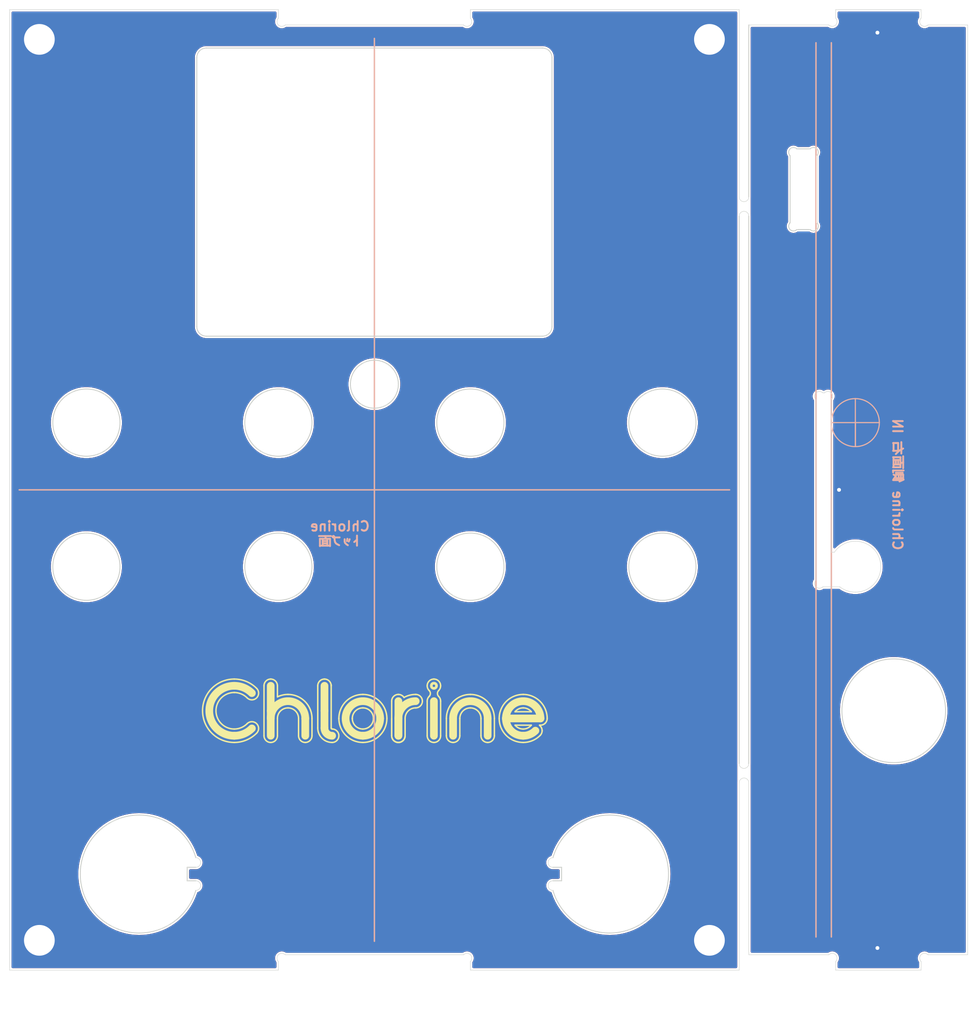
<source format=kicad_pcb>
(kicad_pcb (version 20241229) (generator "pcbnew") (generator_version "9.0")
  (layers (0 "F.Cu" signal) (2 "B.Cu" signal) (13 "F.Paste" user) (15 "B.Paste" user) (5 "F.SilkS" user "F.Silkscreen") (7 "B.SilkS" user "B.Silkscreen") (1 "F.Mask" user) (3 "B.Mask" user) (25 "Edge.Cuts" user))
  (net 0 "")
  (net 1 "GND")
  (footprint "myFoot:chlorine_logo" (layer "F.Cu") (at 38 -27)
    (property "Reference" "j" (hide yes))
    (property "Value" "a" (hide yes))
    (fp_line (start -11.5 2.599999) (end -11.5 -2.600001) (stroke (width 0.15)) (layer "F.SilkS"))
    (fp_line (start -10.8 0) (end -10.8 -2.6) (stroke (width 0.8)) (layer "F.SilkS"))
    (fp_line (start -10.8 0) (end -10.8 2.6) (stroke (width 0.8)) (layer "F.SilkS"))
    (fp_line (start -10.1 -2.599999) (end -10.100001 -1.45) (stroke (width 0.15)) (layer "F.SilkS"))
    (fp_line (start -10.1 0.8) (end -10.1 2.600001) (stroke (width 0.15)) (layer "F.SilkS"))
    (fp_line (start -7.900001 2.599998) (end -7.900001 0.800002) (stroke (width 0.15)) (layer "F.SilkS"))
    (fp_line (start -7.200001 0.800001) (end -7.200002 2.6) (stroke (width 0.8)) (layer "F.SilkS"))
    (fp_line (start -6.5 0.8) (end -6.500001 2.6) (stroke (width 0.15)) (layer "F.SilkS"))
    (fp_line (start -5.9 1.8) (end -5.9 -2.600001) (stroke (width 0.15)) (layer "F.SilkS"))
    (fp_line (start -5.2 0) (end -5.2 -2.6) (stroke (width 0.8)) (layer "F.SilkS"))
    (fp_line (start -5.2 0) (end -5.2 1.799999) (stroke (width 0.8)) (layer "F.SilkS"))
    (fp_line (start -4.500001 -2.7) (end -4.5 1.8) (stroke (width 0.15)) (layer "F.SilkS"))
    (fp_line (start 1.8 2.599999) (end 1.799999 0.799998) (stroke (width 0.15)) (layer "F.SilkS"))
    (fp_line (start 1.8 2.599999) (end 1.8 -0.999999) (stroke (width 0.15)) (layer "F.SilkS"))
    (fp_line (start 2.5 -0.999998) (end 2.499999 2.600001) (stroke (width 0.8)) (layer "F.SilkS"))
    (fp_line (start 2.5 0.8) (end 2.5 2.6) (stroke (width 0.8)) (layer "F.SilkS"))
    (fp_line (start 3.2 0.8) (end 3.2 2.600001) (stroke (width 0.15)) (layer "F.SilkS"))
    (fp_line (start 3.2 0.8) (end 3.2 2.600001) (stroke (width 0.15)) (layer "F.SilkS"))
    (fp_line (start 5.499999 2.599999) (end 5.499999 -0.999999) (stroke (width 0.15)) (layer "F.SilkS"))
    (fp_line (start 6.199999 -0.999998) (end 6.199998 2.600001) (stroke (width 0.8)) (layer "F.SilkS"))
    (fp_line (start 6.9 -0.999998) (end 6.899999 2.600001) (stroke (width 0.15)) (layer "F.SilkS"))
    (fp_line (start 7.499999 2.599999) (end 7.499998 0.799998) (stroke (width 0.15)) (layer "F.SilkS"))
    (fp_line (start 8.199999 0.8) (end 8.199999 2.6) (stroke (width 0.8)) (layer "F.SilkS"))
    (fp_line (start 8.899999 0.8) (end 8.899999 2.600001) (stroke (width 0.15)) (layer "F.SilkS"))
    (fp_line (start 11.099998 2.599998) (end 11.099998 0.800002) (stroke (width 0.15)) (layer "F.SilkS"))
    (fp_line (start 11.799998 0.800001) (end 11.799997 2.6) (stroke (width 0.8)) (layer "F.SilkS"))
    (fp_line (start 12.499999 0.8) (end 12.499998 2.6) (stroke (width 0.15)) (layer "F.SilkS"))
    (fp_line (start 14.65 0.100001) (end 16.35 0.100001) (stroke (width 0.15)) (layer "F.SilkS"))
    (fp_line (start 16.35 1.500001) (end 14.65 1.500001) (stroke (width 0.15)) (layer "F.SilkS"))
    (fp_line (start 17.2 1.500001) (end 17.267766 1.57782) (stroke (width 0.15)) (layer "F.SilkS"))
    (fp_line (start 17.299999 1.500001) (end 17.2 1.500001) (stroke (width 0.15)) (layer "F.SilkS"))
    (fp_line (start 17.3 0.800001) (end 13.700001 0.8) (stroke (width 0.8)) (layer "F.SilkS"))
    (fp_arc (start -14.6 -3.299999) (mid -13.337145 -3.048802) (end -12.266548 -2.333452) (stroke (width 0.15)) (layer "F.SilkS"))
    (fp_arc (start -14.6 -2.6) (mid -13.605023 -2.402087) (end -12.761522 -1.838478) (stroke (width 0.8)) (layer "F.SilkS"))
    (fp_arc (start -14.6 -1.9) (mid -13.872901 -1.755371) (end -13.256497 -1.343503) (stroke (width 0.15)) (layer "F.SilkS"))
    (fp_arc (start -14.6 1.9) (mid -16.5 0) (end -14.6 -1.9) (stroke (width 0.15)) (layer "F.SilkS"))
    (fp_arc (start -14.6 2.6) (mid -17.2 0) (end -14.6 -2.6) (stroke (width 0.8)) (layer "F.SilkS"))
    (fp_arc (start -14.6 3.3) (mid -17.9 0) (end -14.6 -3.3) (stroke (width 0.15)) (layer "F.SilkS"))
    (fp_arc (start -13.256497 1.343503) (mid -13.872902 1.755371) (end -14.6 1.9) (stroke (width 0.15)) (layer "F.SilkS"))
    (fp_arc (start -13.256495 1.343505) (mid -12.266549 1.343505) (end -12.266549 2.333451) (stroke (width 0.15)) (layer "F.SilkS"))
    (fp_arc (start -12.761522 1.838478) (mid -13.605023 2.402087) (end -14.6 2.6) (stroke (width 0.8)) (layer "F.SilkS"))
    (fp_arc (start -12.266548 2.333452) (mid -13.337145 3.048802) (end -14.6 3.3) (stroke (width 0.15)) (layer "F.SilkS"))
    (fp_arc (start -12.266547 -2.333453) (mid -12.266547 -1.343503) (end -13.256497 -1.343503) (stroke (width 0.15)) (layer "F.SilkS"))
    (fp_arc (start -11.5 -2.600001) (mid -11.294974 -3.094975) (end -10.799999 -3.3) (stroke (width 0.15)) (layer "F.SilkS"))
    (fp_arc (start -10.800001 3.3) (mid -11.294975 3.094974) (end -11.5 2.599999) (stroke (width 0.15)) (layer "F.SilkS"))
    (fp_arc (start -10.8 0.8) (mid -10.272792 -0.472792) (end -9 -1) (stroke (width 0.8)) (layer "F.SilkS"))
    (fp_arc (start -10.799999 -3.3) (mid -10.305025 -3.094974) (end -10.1 -2.599999) (stroke (width 0.15)) (layer "F.SilkS"))
    (fp_arc (start -10.100001 -1.445505) (mid -9.564529 -1.635548) (end -9 -1.700001) (stroke (width 0.15)) (layer "F.SilkS"))
    (fp_arc (start -10.1 0.8) (mid -9.777817 0.022183) (end -8.999999 -0.3) (stroke (width 0.15)) (layer "F.SilkS"))
    (fp_arc (start -10.1 2.600001) (mid -10.305026 3.094975) (end -10.800001 3.3) (stroke (width 0.15)) (layer "F.SilkS"))
    (fp_arc (start -9.000001 -0.999999) (mid -7.727209 -0.472791) (end -7.200001 0.800001) (stroke (width 0.8)) (layer "F.SilkS"))
    (fp_arc (start -9.000001 -0.299999) (mid -8.222184 0.022184) (end -7.900001 0.800002) (stroke (width 0.15)) (layer "F.SilkS"))
    (fp_arc (start -9 -1.700001) (mid -7.232233 -0.967767) (end -6.5 0.8) (stroke (width 0.15)) (layer "F.SilkS"))
    (fp_arc (start -7.200002 3.299999) (mid -7.694976 3.094973) (end -7.900001 2.599998) (stroke (width 0.15)) (layer "F.SilkS"))
    (fp_arc (start -6.500001 2.6) (mid -6.705027 3.094974) (end -7.200002 3.299999) (stroke (width 0.15)) (layer "F.SilkS"))
    (fp_arc (start -5.9 -2.600001) (mid -5.694974 -3.094975) (end -5.199999 -3.3) (stroke (width 0.15)) (layer "F.SilkS"))
    (fp_arc (start -5.199999 -3.3) (mid -4.705025 -3.094974) (end -4.5 -2.599999) (stroke (width 0.15)) (layer "F.SilkS"))
    (fp_arc (start -4.400001 2.599999) (mid -4.965685 2.365684) (end -5.2 1.799999) (stroke (width 0.8)) (layer "F.SilkS"))
    (fp_arc (start -4.4 1.899998) (mid -3.700001 2.599999) (end -4.4 3.3) (stroke (width 0.15)) (layer "F.SilkS"))
    (fp_arc (start -4.4 1.9) (mid -4.470711 1.870711) (end -4.5 1.8) (stroke (width 0.15)) (layer "F.SilkS"))
    (fp_arc (start -4.4 3.3) (mid -5.46066 2.86066) (end -5.9 1.8) (stroke (width 0.15)) (layer "F.SilkS"))
    (fp_arc (start -3.7 0.799999) (mid -2.967766 -0.967768) (end -1.199999 -1.700001) (stroke (width 0.15)) (layer "F.SilkS"))
    (fp_arc (start -2.999999 0.800001) (mid -2.472791 -0.472791) (end -1.199999 -0.999999) (stroke (width 0.8)) (layer "F.SilkS"))
    (fp_arc (start -2.299999 0.800001) (mid -1.977816 0.022184) (end -1.199998 -0.299999) (stroke (width 0.15)) (layer "F.SilkS"))
    (fp_arc (start -1.200001 3.3) (mid -2.967768 2.567766) (end -3.700001 0.799999) (stroke (width 0.15)) (layer "F.SilkS"))
    (fp_arc (start -1.2 -0.999998) (mid 0.072792 -0.47279) (end 0.6 0.800002) (stroke (width 0.8)) (layer "F.SilkS"))
    (fp_arc (start -1.2 -0.299998) (mid -0.422183 0.022185) (end -0.1 0.800003) (stroke (width 0.15)) (layer "F.SilkS"))
    (fp_arc (start -1.2 1.9) (mid -1.977817 1.577817) (end -2.3 0.799999) (stroke (width 0.15)) (layer "F.SilkS"))
    (fp_arc (start -1.2 2.6) (mid -2.472792 2.072792) (end -3 0.8) (stroke (width 0.8)) (layer "F.SilkS"))
    (fp_arc (start -1.199999 -1.7) (mid 0.567768 -0.967766) (end 1.300001 0.800001) (stroke (width 0.15)) (layer "F.SilkS"))
    (fp_arc (start -0.1 0.800001) (mid -0.422183 1.577818) (end -1.200001 1.900001) (stroke (width 0.15)) (layer "F.SilkS"))
    (fp_arc (start 0.599999 0.800001) (mid 0.072791 2.072793) (end -1.200001 2.600001) (stroke (width 0.8)) (layer "F.SilkS"))
    (fp_arc (start 1.3 0.800001) (mid 0.567766 2.567768) (end -1.200001 3.300001) (stroke (width 0.15)) (layer "F.SilkS"))
    (fp_arc (start 1.8 -0.999999) (mid 2.005025 -1.494975) (end 2.500001 -1.699998) (stroke (width 0.15)) (layer "F.SilkS"))
    (fp_arc (start 2.499999 3.3) (mid 2.005025 3.094974) (end 1.8 2.599999) (stroke (width 0.15)) (layer "F.SilkS"))
    (fp_arc (start 2.499999 3.3) (mid 2.005025 3.094974) (end 1.8 2.599999) (stroke (width 0.15)) (layer "F.SilkS"))
    (fp_arc (start 2.5 0.8) (mid 3.027208 -0.472792) (end 4.3 -1) (stroke (width 0.8)) (layer "F.SilkS"))
    (fp_arc (start 2.500001 -1.699998) (mid 2.833412 -1.615495) (end 3.086326 -1.382389) (stroke (width 0.15)) (layer "F.SilkS"))
    (fp_arc (start 3.084947 -1.384869) (mid 3.672373 -1.619936) (end 4.3 -1.700001) (stroke (width 0.15)) (layer "F.SilkS"))
    (fp_arc (start 3.2 0.8) (mid 3.522183 0.022182) (end 4.300001 -0.3) (stroke (width 0.15)) (layer "F.SilkS"))
    (fp_arc (start 3.2 2.600001) (mid 2.994974 3.094975) (end 2.499999 3.3) (stroke (width 0.15)) (layer "F.SilkS"))
    (fp_arc (start 3.2 2.600001) (mid 2.994974 3.094975) (end 2.499999 3.3) (stroke (width 0.15)) (layer "F.SilkS"))
    (fp_arc (start 4.300001 -1.7) (mid 4.794975 -1.494974) (end 5 -0.999999) (stroke (width 0.15)) (layer "F.SilkS"))
    (fp_arc (start 5 -0.999999) (mid 4.794974 -0.505025) (end 4.299999 -0.3) (stroke (width 0.15)) (layer "F.SilkS"))
    (fp_arc (start 5.499999 -2.600001) (mid 5.705025 -3.094976) (end 6.2 -3.3) (stroke (width 0.15)) (layer "F.SilkS"))
    (fp_arc (start 5.499999 -0.999999) (mid 5.553283 -1.267878) (end 5.705025 -1.494973) (stroke (width 0.15)) (layer "F.SilkS"))
    (fp_arc (start 5.705023 -2.105025) (mid 5.831369 -1.8) (end 5.705025 -1.494973) (stroke (width 0.15)) (layer "F.SilkS"))
    (fp_arc (start 5.705024 -2.105026) (mid 5.553284 -2.332123) (end 5.499999 -2.600001) (stroke (width 0.15)) (layer "F.SilkS"))
    (fp_arc (start 6.199998 3.3) (mid 5.705024 3.094974) (end 5.499999 2.599999) (stroke (width 0.15)) (layer "F.SilkS"))
    (fp_arc (start 6.2 -3.3) (mid 6.694975 -3.094974) (end 6.899999 -2.599999) (stroke (width 0.15)) (layer "F.SilkS"))
    (fp_arc (start 6.694974 -1.494972) (mid 6.568627 -1.799998) (end 6.694972 -2.105024) (stroke (width 0.15)) (layer "F.SilkS"))
    (fp_arc (start 6.694975 -1.494973) (mid 6.846715 -1.267876) (end 6.9 -0.999998) (stroke (width 0.15)) (layer "F.SilkS"))
    (fp_arc (start 6.899998 -2.599999) (mid 6.846713 -2.332121) (end 6.694972 -2.105025) (stroke (width 0.15)) (layer "F.SilkS"))
    (fp_arc (start 6.899999 2.600001) (mid 6.694973 3.094975) (end 6.199998 3.3) (stroke (width 0.15)) (layer "F.SilkS"))
    (fp_arc (start 7.499998 0.799998) (mid 8.232232 -0.967769) (end 9.999999 -1.700002) (stroke (width 0.15)) (layer "F.SilkS"))
    (fp_arc (start 8.199998 3.3) (mid 7.705024 3.094974) (end 7.499999 2.599999) (stroke (width 0.15)) (layer "F.SilkS"))
    (fp_arc (start 8.199999 0.8) (mid 8.727207 -0.472793) (end 9.999999 -1) (stroke (width 0.8)) (layer "F.SilkS"))
    (fp_arc (start 8.899999 0.8) (mid 9.222182 0.022182) (end 10 -0.3) (stroke (width 0.15)) (layer "F.SilkS"))
    (fp_arc (start 8.899999 2.600001) (mid 8.694973 3.094975) (end 8.199998 3.3) (stroke (width 0.15)) (layer "F.SilkS"))
    (fp_arc (start 9.999998 -0.999999) (mid 11.272791 -0.472792) (end 11.799998 0.800001) (stroke (width 0.8)) (layer "F.SilkS"))
    (fp_arc (start 9.999998 -0.299999) (mid 10.777817 0.022183) (end 11.099998 0.800002) (stroke (width 0.15)) (layer "F.SilkS"))
    (fp_arc (start 9.999999 -1.700001) (mid 11.767767 -0.967768) (end 12.499999 0.8) (stroke (width 0.15)) (layer "F.SilkS"))
    (fp_arc (start 11.799997 3.299999) (mid 11.305024 3.094972) (end 11.099998 2.599998) (stroke (width 0.15)) (layer "F.SilkS"))
    (fp_arc (start 12.499998 2.6) (mid 12.294972 3.094974) (end 11.799997 3.299999) (stroke (width 0.15)) (layer "F.SilkS"))
    (fp_arc (start 12.999999 0.799999) (mid 13.732233 -0.967768) (end 15.5 -1.700001) (stroke (width 0.15)) (layer "F.SilkS"))
    (fp_arc (start 13.7 0.800001) (mid 14.227207 -0.472792) (end 15.5 -0.999999) (stroke (width 0.8)) (layer "F.SilkS"))
    (fp_arc (start 14.65 0.100001) (mid 15.030051 -0.195814) (end 15.500001 -0.301134) (stroke (width 0.15)) (layer "F.SilkS"))
    (fp_arc (start 15.499998 3.3) (mid 13.732232 2.567766) (end 12.999998 0.799999) (stroke (width 0.15)) (layer "F.SilkS"))
    (fp_arc (start 15.499999 -0.999998) (mid 16.772791 -0.47279) (end 17.299999 0.800002) (stroke (width 0.8)) (layer "F.SilkS"))
    (fp_arc (start 15.499999 -0.301135) (mid 15.969949 -0.195814) (end 16.35 0.100001) (stroke (width 0.15)) (layer "F.SilkS"))
    (fp_arc (start 15.499999 1.901136) (mid 15.03005 1.795815) (end 14.65 1.500001) (stroke (width 0.15)) (layer "F.SilkS"))
    (fp_arc (start 15.499999 2.6) (mid 14.227207 2.072792) (end 13.699999 0.8) (stroke (width 0.8)) (layer "F.SilkS"))
    (fp_arc (start 15.5 -1.7) (mid 17.267767 -0.967767) (end 18 0.800001) (stroke (width 0.15)) (layer "F.SilkS"))
    (fp_arc (start 16.35 1.500001) (mid 15.969948 1.795816) (end 15.499998 1.901137) (stroke (width 0.15)) (layer "F.SilkS"))
    (fp_arc (start 16.772791 2.072794) (mid 16.188828 2.462984) (end 15.499998 2.600001) (stroke (width 0.8)) (layer "F.SilkS"))
    (fp_arc (start 17.267766 1.57782) (mid 17.419511 1.804916) (end 17.472791 2.072795) (stroke (width 0.15)) (layer "F.SilkS"))
    (fp_arc (start 17.267766 2.567769) (mid 16.456707 3.1097) (end 15.499998 3.3) (stroke (width 0.15)) (layer "F.SilkS"))
    (fp_arc (start 17.47279 2.072795) (mid 17.419507 2.340674) (end 17.267764 2.567769) (stroke (width 0.15)) (layer "F.SilkS"))
    (fp_arc (start 17.794974 1.294976) (mid 17.567877 1.446716) (end 17.299999 1.500001) (stroke (width 0.15)) (layer "F.SilkS"))
    (fp_arc (start 17.999999 0.800002) (mid 17.946714 1.06788) (end 17.794973 1.294976) (stroke (width 0.15)) (layer "F.SilkS"))
    (fp_circle (center 6.199999 -2.6) (end 6.399999 -2.55) (stroke (width 0.15)) (fill no) (layer "F.SilkS"))
    (fp_circle (center 6.199999 -2.6) (end 6.449999 -2.6) (stroke (width 0.15)) (fill no) (layer "F.SilkS"))
    (fp_circle (center 6.199999 -2.6) (end 6.560554 -2.6) (stroke (width 0.1)) (fill no) (layer "F.SilkS"))
  )
  (footprint "MountingHole:MountingHole_3.2mm_M3_Pad" (layer "B.Cu") (at 72.9 -96.9 180)
    (property "Reference" "-" (hide yes))
    (property "Value" "m" (hide yes))
    (pad "1" thru_hole circle (at 0 0 180) (size 5.4 5.4) (drill 3.2) (layers "*.Cu" "*.Mask") (net 1 "GND"))
  )
  (footprint "MountingHole:MountingHole_3.2mm_M3_Pad" (layer "B.Cu") (at 72.9 -3.1 180)
    (property "Reference" "-" (hide yes))
    (property "Value" "m" (hide yes))
    (pad "1" thru_hole circle (at 0 0 180) (size 5.4 5.4) (drill 3.2) (layers "*.Cu" "*.Mask") (net 1 "GND"))
  )
  (footprint "MountingHole:MountingHole_3.2mm_M3_Pad" (layer "B.Cu") (at 3.1 -3.1 180)
    (property "Reference" "-" (hide yes))
    (property "Value" "m" (hide yes))
    (pad "1" thru_hole circle (at 0 0 180) (size 5.4 5.4) (drill 3.2) (layers "*.Cu" "*.Mask") (net 1 "GND"))
  )
  (footprint "MountingHole:MountingHole_3.2mm_M3_Pad" (layer "B.Cu") (at 3.1 -96.9 180)
    (property "Reference" "-" (hide yes))
    (property "Value" "m" (hide yes))
    (pad "1" thru_hole circle (at 0 0 180) (size 5.4 5.4) (drill 3.2) (layers "*.Cu" "*.Mask") (net 1 "GND"))
  )
  (gr_line (start 88.1 -54.5) (end 88.1 -57) (stroke (width 0.12)) (layer "B.SilkS"))
  (gr_line (start 38 -3) (end 38 -97) (stroke (width 0.15)) (layer "B.SilkS"))
  (gr_line (start 84 -3.45) (end 84 -96.55) (stroke (width 0.15)) (layer "B.SilkS"))
  (gr_line (start 90.6 -57) (end 88.1 -57) (stroke (width 0.12)) (layer "B.SilkS"))
  (gr_line (start 85.6 -3.45) (end 85.6 -96.55) (stroke (width 0.15)) (layer "B.SilkS"))
  (gr_line (start 88.1 -57) (end 88.1 -54.5) (stroke (width 0.12)) (layer "B.SilkS"))
  (gr_line (start 88.1 -57) (end 88.1 -59.5) (stroke (width 0.12)) (layer "B.SilkS"))
  (gr_line (start 88.1 -57) (end 85.6 -57) (stroke (width 0.12)) (layer "B.SilkS"))
  (gr_circle (center 88.1 -57) (end 85.6 -57) (stroke (width 0.12)) (fill no) (layer "B.SilkS"))
  (gr_line (start 1 -50) (end 75 -50) (stroke (width 0.15)) (layer "B.SilkS"))
  (gr_arc (start 47.292894 -1.6) (mid 48 -1.6) (end 48 -0.892894) (stroke (width 0.05)) (layer "Edge.Cuts"))
  (gr_line (start 99.8 -78.498012) (end 99.8 -98.4) (stroke (width 0.05)) (layer "Edge.Cuts"))
  (gr_line (start 18.5 -10.7) (end 19.4 -10.7) (stroke (width 0.1)) (layer "Edge.Cuts"))
  (gr_circle (center 68 -57) (end 64.5 -57) (stroke (width 0.1)) (fill no) (layer "Edge.Cuts"))
  (gr_arc (start 76 -19.5) (mid 76.5 -20) (end 77 -19.5) (stroke (width 0.05)) (layer "Edge.Cuts"))
  (gr_line (start 48 0) (end 76 0) (stroke (width 0.05)) (layer "Edge.Cuts"))
  (gr_line (start 28 0) (end 28 -0.892894) (stroke (width 0.05)) (layer "Edge.Cuts"))
  (gr_arc (start 84 -59.392894) (mid 84 -60.1) (end 84.707106 -60.1) (stroke (width 0.05)) (layer "Edge.Cuts"))
  (gr_circle (center 48 -42) (end 44.5 -42) (stroke (width 0.1)) (fill no) (layer "Edge.Cuts"))
  (gr_line (start 99.8 -1.6) (end 99.8 -69.95) (stroke (width 0.05)) (layer "Edge.Cuts"))
  (gr_line (start 84.892894 -60.1) (end 84.707106 -60.1) (stroke (width 0.05)) (layer "Edge.Cuts"))
  (gr_line (start 76 -78.5) (end 76 -21.5) (stroke (width 0.1)) (layer "Edge.Cuts"))
  (gr_line (start 56.5 -67) (end 56.5 -95) (stroke (width 0.1)) (layer "Edge.Cuts"))
  (gr_line (start 77 -19.5) (end 77 -1.6) (stroke (width 0.05)) (layer "Edge.Cuts"))
  (gr_line (start 86.483678 -39.9) (end 84.707106 -39.9) (stroke (width 0.05)) (layer "Edge.Cuts"))
  (gr_line (start 28.707106 -1.6) (end 47.292894 -1.6) (stroke (width 0.05)) (layer "Edge.Cuts"))
  (gr_circle (center 28 -42) (end 24.5 -42) (stroke (width 0.1)) (fill no) (layer "Edge.Cuts"))
  (gr_arc (start 56.600001 -11.7) (mid 68.640032 -10) (end 56.600001 -8.3) (stroke (width 0.1)) (layer "Edge.Cuts"))
  (gr_line (start 94.95 -100) (end 94.95 -99.107106) (stroke (width 0.05)) (layer "Edge.Cuts"))
  (gr_line (start 28 -100) (end 28 -99.107106) (stroke (width 0.05)) (layer "Edge.Cuts"))
  (gr_arc (start 19.5 -95) (mid 19.792893 -95.707107) (end 20.5 -96) (stroke (width 0.1)) (layer "Edge.Cuts"))
  (gr_arc (start 81.3 -84.792894) (mid 81.3 -85.5) (end 82.007106 -85.5) (stroke (width 0.1)) (layer "Edge.Cuts"))
  (gr_line (start 94.95 -100) (end 86.05 -100) (stroke (width 0.05)) (layer "Edge.Cuts"))
  (gr_line (start 86.05 0) (end 86.05 -0.892894) (stroke (width 0.05)) (layer "Edge.Cuts"))
  (gr_line (start 48 -100) (end 48 -99.107106) (stroke (width 0.05)) (layer "Edge.Cuts"))
  (gr_arc (start 83.392894 -85.5) (mid 84.1 -85.5) (end 84.1 -84.792894) (stroke (width 0.1)) (layer "Edge.Cuts"))
  (gr_line (start 99.8 -69.95) (end 99.8 -78.498012) (stroke (width 0.05)) (layer "Edge.Cuts"))
  (gr_arc (start 86.05 -99.107106) (mid 86.05 -98.4) (end 85.342894 -98.4) (stroke (width 0.05)) (layer "Edge.Cuts"))
  (gr_arc (start 84.1 -77.807106) (mid 84.1 -77.1) (end 83.392894 -77.1) (stroke (width 0.1)) (layer "Edge.Cuts"))
  (gr_line (start 77 -80.5) (end 77 -98.4) (stroke (width 0.1)) (layer "Edge.Cuts"))
  (gr_arc (start 28 -0.892894) (mid 28 -1.6) (end 28.707106 -1.6) (stroke (width 0.05)) (layer "Edge.Cuts"))
  (gr_line (start 85.6 -43.5) (end 85.915396 -43.5) (stroke (width 0.05)) (layer "Edge.Cuts"))
  (gr_circle (center 68 -42) (end 64.5 -42) (stroke (width 0.1)) (fill no) (layer "Edge.Cuts"))
  (gr_arc (start 88.1 -39.35) (mid 87.25248 -39.489182) (end 86.493985 -39.892106) (stroke (width 0.05)) (layer "Edge.Cuts"))
  (gr_arc (start 55.5 -96) (mid 56.207107 -95.707107) (end 56.5 -95) (stroke (width 0.1)) (layer "Edge.Cuts"))
  (gr_arc (start 48 -99.107106) (mid 48 -98.4) (end 47.292894 -98.4) (stroke (width 0.05)) (layer "Edge.Cuts"))
  (gr_line (start 18.5 -9.3) (end 18.5 -10.7) (stroke (width 0.1)) (layer "Edge.Cuts"))
  (gr_line (start 77 -98.4) (end 85.342894 -98.4) (stroke (width 0.05)) (layer "Edge.Cuts"))
  (gr_line (start 19.5 -95) (end 19.5 -67) (stroke (width 0.1)) (layer "Edge.Cuts"))
  (gr_line (start 85.6 -43.5) (end 85.6 -59.392894) (stroke (width 0.05)) (layer "Edge.Cuts"))
  (gr_line (start 57.5 -9.3) (end 56.6 -9.3) (stroke (width 0.1)) (layer "Edge.Cuts"))
  (gr_line (start 77 -21.5) (end 77 -78.5) (stroke (width 0.1)) (layer "Edge.Cuts"))
  (gr_line (start 99.8 -1.6) (end 95.657106 -1.6) (stroke (width 0.05)) (layer "Edge.Cuts"))
  (gr_circle (center 92.1 -27) (end 97.5 -27) (stroke (width 0.1)) (fill no) (layer "Edge.Cuts"))
  (gr_line (start 76 -19.5) (end 76 0) (stroke (width 0.05)) (layer "Edge.Cuts"))
  (gr_arc (start 95.657106 -98.4) (mid 94.95 -98.4) (end 94.95 -99.107106) (stroke (width 0.05)) (layer "Edge.Cuts"))
  (gr_line (start 84.1 -81.3) (end 84.1 -84.792894) (stroke (width 0.1)) (layer "Edge.Cuts"))
  (gr_arc (start 77 -80.5) (mid 76.5 -80) (end 76 -80.5) (stroke (width 0.05)) (layer "Edge.Cuts"))
  (gr_line (start 47.292894 -98.4) (end 28.707106 -98.4) (stroke (width 0.05)) (layer "Edge.Cuts"))
  (gr_line (start 85.919259 -43.50561) (end 85.915396 -43.5) (stroke (width 0.05)) (layer "Edge.Cuts"))
  (gr_line (start 20.5 -66) (end 55.5 -66) (stroke (width 0.1)) (layer "Edge.Cuts"))
  (gr_arc (start 56.6 -10.7) (mid 56.1 -11.2) (end 56.6 -11.7) (stroke (width 0.05)) (layer "Edge.Cuts"))
  (gr_line (start 94.95 0) (end 94.95 -0.892894) (stroke (width 0.05)) (layer "Edge.Cuts"))
  (gr_line (start 83.392894 -77.1) (end 82.007106 -77.1) (stroke (width 0.1)) (layer "Edge.Cuts"))
  (gr_line (start 55.5 -96) (end 20.5 -96) (stroke (width 0.1)) (layer "Edge.Cuts"))
  (gr_line (start 84.1 -81.3) (end 84.1 -77.807106) (stroke (width 0.1)) (layer "Edge.Cuts"))
  (gr_line (start 28 -100) (end 0 -100) (stroke (width 0.05)) (layer "Edge.Cuts"))
  (gr_arc (start 84.892894 -60.1) (mid 85.6 -60.1) (end 85.6 -59.392894) (stroke (width 0.05)) (layer "Edge.Cuts"))
  (gr_circle (center 28 -57) (end 24.5 -57) (stroke (width 0.1)) (fill no) (layer "Edge.Cuts"))
  (gr_line (start 0 -100) (end 0 -30) (stroke (width 0.05)) (layer "Edge.Cuts"))
  (gr_line (start 77 -1.6) (end 85.342894 -1.6) (stroke (width 0.05)) (layer "Edge.Cuts"))
  (gr_arc (start 20.5 -66) (mid 19.792893 -66.292893) (end 19.5 -67) (stroke (width 0.1)) (layer "Edge.Cuts"))
  (gr_line (start 81.3 -77.807106) (end 81.3 -84.792894) (stroke (width 0.1)) (layer "Edge.Cuts"))
  (gr_circle (center 8 -42) (end 4.5 -42) (stroke (width 0.1)) (fill no) (layer "Edge.Cuts"))
  (gr_arc (start 82.007106 -77.1) (mid 81.3 -77.1) (end 81.3 -77.807106) (stroke (width 0.1)) (layer "Edge.Cuts"))
  (gr_circle (center 8 -57) (end 4.5 -57) (stroke (width 0.1)) (fill no) (layer "Edge.Cuts"))
  (gr_line (start 83.392894 -85.5) (end 82.007106 -85.5) (stroke (width 0.1)) (layer "Edge.Cuts"))
  (gr_line (start 76 -100) (end 48 -100) (stroke (width 0.05)) (layer "Edge.Cuts"))
  (gr_circle (center 48 -57) (end 44.5 -57) (stroke (width 0.1)) (fill no) (layer "Edge.Cuts"))
  (gr_arc (start 56.5 -67) (mid 56.207107 -66.292893) (end 55.5 -66) (stroke (width 0.1)) (layer "Edge.Cuts"))
  (gr_line (start 57.5 -10.7) (end 56.6 -10.7) (stroke (width 0.1)) (layer "Edge.Cuts"))
  (gr_arc (start 76 -78.5) (mid 76.5 -79) (end 77 -78.5) (stroke (width 0.05)) (layer "Edge.Cuts"))
  (gr_line (start 18.5 -9.3) (end 19.4 -9.3) (stroke (width 0.1)) (layer "Edge.Cuts"))
  (gr_arc (start 19.4 -11.7) (mid 19.9 -11.2) (end 19.4 -10.7) (stroke (width 0.05)) (layer "Edge.Cuts"))
  (gr_arc (start 19.399999 -8.3) (mid 7.359968 -10) (end 19.399999 -11.7) (stroke (width 0.1)) (layer "Edge.Cuts"))
  (gr_line (start 28 0) (end 0 0) (stroke (width 0.05)) (layer "Edge.Cuts"))
  (gr_arc (start 19.4 -9.3) (mid 19.9 -8.8) (end 19.4 -8.3) (stroke (width 0.05)) (layer "Edge.Cuts"))
  (gr_line (start 57.5 -10.7) (end 57.5 -9.3) (stroke (width 0.1)) (layer "Edge.Cuts"))
  (gr_arc (start 94.95 -0.892894) (mid 94.95 -1.6) (end 95.657106 -1.6) (stroke (width 0.05)) (layer "Edge.Cuts"))
  (gr_arc (start 88.1 -44.65) (mid 90.75 -42) (end 88.1 -39.35) (stroke (width 0.05)) (layer "Edge.Cuts"))
  (gr_line (start 0 0) (end 0 -30) (stroke (width 0.05)) (layer "Edge.Cuts"))
  (gr_circle (center 38 -61) (end 35.5 -61) (stroke (width 0.1)) (fill no) (layer "Edge.Cuts"))
  (gr_line (start 86.05 -100) (end 86.05 -99.107106) (stroke (width 0.05)) (layer "Edge.Cuts"))
  (gr_arc (start 85.919258 -43.50561) (mid 86.868612 -44.346525) (end 88.1 -44.65) (stroke (width 0.05)) (layer "Edge.Cuts"))
  (gr_line (start 86.493986 -39.892106) (end 86.483678 -39.9) (stroke (width 0.05)) (layer "Edge.Cuts"))
  (gr_line (start 48 0) (end 48 -0.892894) (stroke (width 0.05)) (layer "Edge.Cuts"))
  (gr_line (start 76 -80.5) (end 76 -100) (stroke (width 0.05)) (layer "Edge.Cuts"))
  (gr_arc (start 85.342894 -1.6) (mid 86.05 -1.6) (end 86.05 -0.892894) (stroke (width 0.05)) (layer "Edge.Cuts"))
  (gr_arc (start 84.707106 -39.9) (mid 84 -39.9) (end 84 -40.607106) (stroke (width 0.05)) (layer "Edge.Cuts"))
  (gr_arc (start 77 -21.5) (mid 76.5 -21) (end 76 -21.5) (stroke (width 0.05)) (layer "Edge.Cuts"))
  (gr_line (start 86.05 0) (end 94.95 0) (stroke (width 0.05)) (layer "Edge.Cuts"))
  (gr_line (start 99.8 -98.4) (end 95.657106 -98.4) (stroke (width 0.05)) (layer "Edge.Cuts"))
  (gr_line (start 84 -40.607106) (end 84 -59.392894) (stroke (width 0.05)) (layer "Edge.Cuts"))
  (gr_arc (start 56.6 -8.3) (mid 56.1 -8.8) (end 56.6 -9.3) (stroke (width 0.05)) (layer "Edge.Cuts"))
  (gr_arc (start 28.707106 -98.4) (mid 28 -98.4) (end 28 -99.107106) (stroke (width 0.05)) (layer "Edge.Cuts"))
  (gr_text "Chlorine\nトップ面" (at 34.4 -45.4 0) (layer "B.SilkS") (effects (font (size 1 1) (thickness 0.2) (bold yes)) (justify mirror)))
  (gr_text "Chlorine 側面右 IN" (at 91.9 -43.6 -90) (layer "B.SilkS") (effects (font (size 1 1) (thickness 0.2) (bold yes)) (justify left bottom mirror)))
  (via (at 86.4 -50) (size 0.8) (drill 0.4) (layers "F.Cu" "B.Cu") (net 1))
  (via (at 90.4 -2.3) (size 0.8) (drill 0.4) (layers "F.Cu" "B.Cu") (net 1))
  (via (at 90.4 -97.6) (size 0.8) (drill 0.4) (layers "F.Cu" "B.Cu") (net 1))
  (zone (net 1) (net_name "GND") (layers "F.Cu" "B.Cu") (connect_pads yes (clearance 0.2)) (min_thickness 0.25) (fill yes (thermal_gap 0.508) (thermal_bridge_width 0.508) (island_removal_mode 1) (island_area_min 10))
    (polygon (pts (xy 101 1) (xy -1 1) (xy -1 -101) (xy 101 -101)))
  )
  (zone (net 0) (net_name "") (layers "F.Cu" "B.Cu") (connect_pads yes (clearance 0)) (min_thickness 0.25)
    (keepout (tracks not_allowed) (vias not_allowed) (pads not_allowed) (copperpour not_allowed) (footprints allowed))
    (fill (thermal_gap 0.508) (thermal_bridge_width 0.508))
    (polygon (pts (xy 75.8 -81) (xy 77.2 -81) (xy 77.2 -78) (xy 75.8 -78)))
  )
  (zone (net 0) (net_name "") (layers "F.Cu" "B.Cu") (connect_pads yes (clearance 0)) (min_thickness 0.25)
    (keepout (tracks not_allowed) (vias not_allowed) (pads not_allowed) (copperpour not_allowed) (footprints allowed))
    (fill (thermal_gap 0.508) (thermal_bridge_width 0.508))
    (polygon (pts (xy 75.8 -22) (xy 77.2 -22) (xy 77.2 -19) (xy 75.8 -19)))
  )
)
</source>
